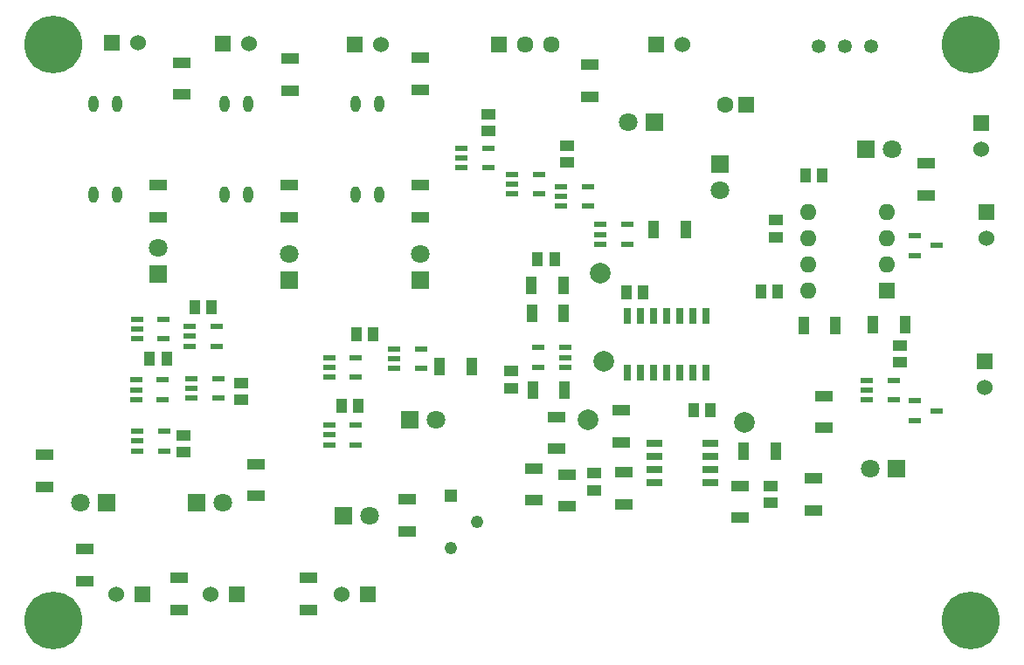
<source format=gbr>
%TF.GenerationSoftware,KiCad,Pcbnew,(6.0.8)*%
%TF.CreationDate,2023-01-11T15:03:56+01:00*%
%TF.ProjectId,TSAL,5453414c-2e6b-4696-9361-645f70636258,V1.0*%
%TF.SameCoordinates,Original*%
%TF.FileFunction,Soldermask,Top*%
%TF.FilePolarity,Negative*%
%FSLAX46Y46*%
G04 Gerber Fmt 4.6, Leading zero omitted, Abs format (unit mm)*
G04 Created by KiCad (PCBNEW (6.0.8)) date 2023-01-11 15:03:56*
%MOMM*%
%LPD*%
G01*
G04 APERTURE LIST*
%ADD10R,1.800000X1.050000*%
%ADD11R,1.800000X1.800000*%
%ADD12C,1.800000*%
%ADD13C,2.000000*%
%ADD14R,1.070000X1.470000*%
%ADD15R,1.470000X1.070000*%
%ADD16R,1.530000X1.530000*%
%ADD17C,1.530000*%
%ADD18C,5.600000*%
%ADD19R,1.150000X0.600000*%
%ADD20R,1.050000X1.800000*%
%ADD21O,0.950000X1.600000*%
%ADD22C,1.350000*%
%ADD23R,1.300000X0.600000*%
%ADD24R,0.650000X1.525000*%
%ADD25R,1.528000X0.650000*%
%ADD26R,1.600000X1.600000*%
%ADD27O,1.600000X1.600000*%
%ADD28C,1.600000*%
%ADD29R,1.610000X1.610000*%
%ADD30C,1.610000*%
%ADD31R,1.217000X1.217000*%
%ADD32C,1.217000*%
G04 APERTURE END LIST*
D10*
%TO.C,R12*%
X129540000Y-75715346D03*
X129540000Y-72615346D03*
%TD*%
D11*
%TO.C,D6*%
X90406399Y-66943603D03*
D12*
X92946399Y-66943603D03*
%TD*%
D13*
%TO.C,TP4*%
X109199826Y-61195494D03*
%TD*%
D10*
%TO.C,R2*%
X102429958Y-74713812D03*
X102429958Y-71613812D03*
%TD*%
D13*
%TO.C,TP2*%
X122846804Y-67166801D03*
%TD*%
D14*
%TO.C,C19*%
X65220000Y-60960000D03*
X66860000Y-60960000D03*
%TD*%
D15*
%TO.C,C7*%
X74052647Y-64996814D03*
X74052647Y-63356814D03*
%TD*%
D10*
%TO.C,R28*%
X55043256Y-73400787D03*
X55043256Y-70300787D03*
%TD*%
D15*
%TO.C,C1*%
X108293122Y-73728477D03*
X108293122Y-72088477D03*
%TD*%
D16*
%TO.C,J10*%
X146263833Y-46719090D03*
D17*
X146263833Y-49259090D03*
%TD*%
D18*
%TO.C,*%
X144780000Y-86360000D03*
%TD*%
D14*
%TO.C,C8*%
X85220889Y-58608377D03*
X86860889Y-58608377D03*
%TD*%
D18*
%TO.C,*%
X55880000Y-86360000D03*
%TD*%
D19*
%TO.C,G12*%
X105104703Y-44265032D03*
X105104703Y-45215032D03*
X105104703Y-46165032D03*
X107704703Y-46165032D03*
X107704703Y-44265032D03*
%TD*%
D16*
%TO.C,J7*%
X61558894Y-30351579D03*
D17*
X64098894Y-30351579D03*
%TD*%
D11*
%TO.C,D4*%
X84030846Y-76238995D03*
D12*
X86570846Y-76238995D03*
%TD*%
D20*
%TO.C,R23*%
X128573440Y-57785826D03*
X131673440Y-57785826D03*
%TD*%
D19*
%TO.C,G2*%
X82606656Y-67437441D03*
X82606656Y-68387441D03*
X82606656Y-69337441D03*
X85206656Y-69337441D03*
X85206656Y-67437441D03*
%TD*%
D14*
%TO.C,C18*%
X71243736Y-56008037D03*
X69603736Y-56008037D03*
%TD*%
D10*
%TO.C,R16*%
X140492983Y-42010504D03*
X140492983Y-45110504D03*
%TD*%
D19*
%TO.C,G6*%
X134718753Y-63063947D03*
X134718753Y-64013947D03*
X134718753Y-64963947D03*
X137318753Y-64963947D03*
X137318753Y-63063947D03*
%TD*%
D10*
%TO.C,R11*%
X107901251Y-35576853D03*
X107901251Y-32476853D03*
%TD*%
D16*
%TO.C,J1*%
X64546653Y-83810620D03*
D17*
X62006653Y-83810620D03*
%TD*%
D11*
%TO.C,D10*%
X66044862Y-52755890D03*
D12*
X66044862Y-50215890D03*
%TD*%
D10*
%TO.C,R29*%
X75557783Y-74292395D03*
X75557783Y-71192395D03*
%TD*%
D19*
%TO.C,G1*%
X82600451Y-60888242D03*
X82600451Y-61838242D03*
X82600451Y-62788242D03*
X85200451Y-62788242D03*
X85200451Y-60888242D03*
%TD*%
D10*
%TO.C,R6*%
X68071700Y-82270000D03*
X68071700Y-85370000D03*
%TD*%
D21*
%TO.C,K3*%
X74803000Y-36240000D03*
X72517000Y-36240000D03*
X72517000Y-45040000D03*
X74803000Y-45040000D03*
%TD*%
D11*
%TO.C,D8*%
X134620000Y-40640000D03*
D12*
X137160000Y-40640000D03*
%TD*%
D10*
%TO.C,R27*%
X78740000Y-44170000D03*
X78740000Y-47270000D03*
%TD*%
D19*
%TO.C,G11*%
X69086769Y-57852609D03*
X69086769Y-58802609D03*
X69086769Y-59752609D03*
X71686769Y-59752609D03*
X71686769Y-57852609D03*
%TD*%
D20*
%TO.C,R19*%
X102350997Y-64042618D03*
X105450997Y-64042618D03*
%TD*%
D15*
%TO.C,C12*%
X68457723Y-70045087D03*
X68457723Y-68405087D03*
%TD*%
D19*
%TO.C,G9*%
X100315442Y-43086774D03*
X100315442Y-44036774D03*
X100315442Y-44986774D03*
X102915442Y-44986774D03*
X102915442Y-43086774D03*
%TD*%
D10*
%TO.C,R17*%
X91450664Y-31793333D03*
X91450664Y-34893333D03*
%TD*%
%TO.C,R25*%
X91440000Y-44170000D03*
X91440000Y-47270000D03*
%TD*%
D16*
%TO.C,J5*%
X85084997Y-30487668D03*
D17*
X87624997Y-30487668D03*
%TD*%
D10*
%TO.C,R5*%
X111144182Y-75112693D03*
X111144182Y-72012693D03*
%TD*%
D19*
%TO.C,G8*%
X69280707Y-62889806D03*
X69280707Y-63839806D03*
X69280707Y-64789806D03*
X71880707Y-64789806D03*
X71880707Y-62889806D03*
%TD*%
D15*
%TO.C,C9*%
X100268412Y-63832896D03*
X100268412Y-62192896D03*
%TD*%
D16*
%TO.C,J9*%
X145788070Y-38100266D03*
D17*
X145788070Y-40640266D03*
%TD*%
D22*
%TO.C,PS1*%
X130057680Y-30681500D03*
X132597680Y-30681500D03*
X135137680Y-30681500D03*
%TD*%
D20*
%TO.C,R24*%
X138396350Y-57706687D03*
X135296350Y-57706687D03*
%TD*%
D10*
%TO.C,R3*%
X58905009Y-79473292D03*
X58905009Y-82573292D03*
%TD*%
D23*
%TO.C,Q4*%
X139398900Y-49064885D03*
X139398900Y-50964885D03*
X141498900Y-50014885D03*
%TD*%
D16*
%TO.C,J3*%
X86360000Y-83820000D03*
D17*
X83820000Y-83820000D03*
%TD*%
D10*
%TO.C,R1*%
X104635077Y-69741025D03*
X104635077Y-66641025D03*
%TD*%
D19*
%TO.C,G10*%
X95441739Y-40554425D03*
X95441739Y-41504425D03*
X95441739Y-42454425D03*
X98041739Y-42454425D03*
X98041739Y-40554425D03*
%TD*%
D15*
%TO.C,C5*%
X125859152Y-47554284D03*
X125859152Y-49194284D03*
%TD*%
D24*
%TO.C,DL1*%
X111544878Y-62296497D03*
X112814878Y-62296497D03*
X114084878Y-62296497D03*
X115354878Y-62296497D03*
X116624878Y-62296497D03*
X117894878Y-62296497D03*
X119164878Y-62296497D03*
X119164878Y-56872497D03*
X117894878Y-56872497D03*
X116624878Y-56872497D03*
X115354878Y-56872497D03*
X114084878Y-56872497D03*
X112814878Y-56872497D03*
X111544878Y-56872497D03*
%TD*%
D20*
%TO.C,R13*%
X93331230Y-61757242D03*
X96431230Y-61757242D03*
%TD*%
D19*
%TO.C,G13*%
X108876237Y-47975639D03*
X108876237Y-48925639D03*
X108876237Y-49875639D03*
X111476237Y-49875639D03*
X111476237Y-47975639D03*
%TD*%
D16*
%TO.C,J11*%
X114300000Y-30480000D03*
D17*
X116840000Y-30480000D03*
%TD*%
D16*
%TO.C,J6*%
X146178220Y-61207727D03*
D17*
X146178220Y-63747727D03*
%TD*%
D10*
%TO.C,R18*%
X68342051Y-32259679D03*
X68342051Y-35359679D03*
%TD*%
D15*
%TO.C,C13*%
X98020118Y-37275803D03*
X98020118Y-38915803D03*
%TD*%
D21*
%TO.C,K2*%
X62103000Y-36240000D03*
X59817000Y-36240000D03*
X59817000Y-45040000D03*
X62103000Y-45040000D03*
%TD*%
D10*
%TO.C,R7*%
X110876888Y-65966000D03*
X110876888Y-69066000D03*
%TD*%
D13*
%TO.C,TP1*%
X107691422Y-66893908D03*
%TD*%
D10*
%TO.C,R22*%
X78856444Y-31882000D03*
X78856444Y-34982000D03*
%TD*%
D19*
%TO.C,G5*%
X63886071Y-63049141D03*
X63886071Y-63999141D03*
X63886071Y-64949141D03*
X66486071Y-64949141D03*
X66486071Y-63049141D03*
%TD*%
D10*
%TO.C,R14*%
X122401448Y-73318622D03*
X122401448Y-76418622D03*
%TD*%
D14*
%TO.C,C15*%
X83813616Y-65579762D03*
X85453616Y-65579762D03*
%TD*%
D11*
%TO.C,D2*%
X137581681Y-71632042D03*
D12*
X135041681Y-71632042D03*
%TD*%
D21*
%TO.C,K1*%
X87503000Y-36240000D03*
X85217000Y-36240000D03*
X85217000Y-45040000D03*
X87503000Y-45040000D03*
%TD*%
D15*
%TO.C,C10*%
X137902963Y-59715034D03*
X137902963Y-61355034D03*
%TD*%
D10*
%TO.C,R26*%
X66040000Y-44170000D03*
X66040000Y-47270000D03*
%TD*%
D15*
%TO.C,C14*%
X105639460Y-40331278D03*
X105639460Y-41971278D03*
%TD*%
D25*
%TO.C,CP1*%
X114129000Y-69215000D03*
X114129000Y-70485000D03*
X114129000Y-71755000D03*
X114129000Y-73025000D03*
X119551000Y-73025000D03*
X119551000Y-71755000D03*
X119551000Y-70485000D03*
X119551000Y-69215000D03*
%TD*%
D26*
%TO.C,TI1*%
X136625790Y-54400453D03*
D27*
X136625790Y-51860453D03*
X136625790Y-49320453D03*
X136625790Y-46780453D03*
X129005790Y-46780453D03*
X129005790Y-49320453D03*
X129005790Y-51860453D03*
X129005790Y-54400453D03*
%TD*%
D10*
%TO.C,R9*%
X80637656Y-82270000D03*
X80637656Y-85370000D03*
%TD*%
D19*
%TO.C,CP2*%
X105474143Y-61817294D03*
X105474143Y-60867294D03*
X105474143Y-59917294D03*
X102874143Y-59917294D03*
X102874143Y-61817294D03*
%TD*%
D18*
%TO.C,REF\u002A\u002A*%
X55880000Y-30480000D03*
%TD*%
D23*
%TO.C,Q2*%
X139378991Y-65071107D03*
X139378991Y-66971107D03*
X141478991Y-66021107D03*
%TD*%
D19*
%TO.C,G7*%
X88890484Y-60023844D03*
X88890484Y-60973844D03*
X88890484Y-61923844D03*
X91490484Y-61923844D03*
X91490484Y-60023844D03*
%TD*%
D10*
%TO.C,R4*%
X105627868Y-72215502D03*
X105627868Y-75315502D03*
%TD*%
D13*
%TO.C,TP3*%
X108845380Y-52681731D03*
%TD*%
D26*
%TO.C,C16*%
X123006657Y-36344142D03*
D28*
X121006657Y-36344142D03*
%TD*%
D18*
%TO.C,*%
X144780000Y-30480000D03*
%TD*%
D10*
%TO.C,R30*%
X90153147Y-74649999D03*
X90153147Y-77749999D03*
%TD*%
D20*
%TO.C,R20*%
X105368656Y-56560801D03*
X102268656Y-56560801D03*
%TD*%
D11*
%TO.C,D1*%
X61048570Y-74944433D03*
D12*
X58508570Y-74944433D03*
%TD*%
D15*
%TO.C,C3*%
X125423392Y-74985346D03*
X125423392Y-73345346D03*
%TD*%
D11*
%TO.C,D9*%
X91440000Y-53340000D03*
D12*
X91440000Y-50800000D03*
%TD*%
D14*
%TO.C,C4*%
X102807957Y-51342162D03*
X104447957Y-51342162D03*
%TD*%
D11*
%TO.C,D5*%
X114129188Y-38029457D03*
D12*
X111589188Y-38029457D03*
%TD*%
D16*
%TO.C,J2*%
X73660000Y-83820000D03*
D17*
X71120000Y-83820000D03*
%TD*%
D10*
%TO.C,R8*%
X130548603Y-64604151D03*
X130548603Y-67704151D03*
%TD*%
D14*
%TO.C,C2*%
X119570518Y-65973811D03*
X117930518Y-65973811D03*
%TD*%
D11*
%TO.C,D7*%
X120478110Y-42131084D03*
D12*
X120478110Y-44671084D03*
%TD*%
D19*
%TO.C,G3*%
X63979483Y-57128660D03*
X63979483Y-58078660D03*
X63979483Y-59028660D03*
X66579483Y-59028660D03*
X66579483Y-57128660D03*
%TD*%
D14*
%TO.C,C6*%
X130423929Y-43192103D03*
X128783929Y-43192103D03*
%TD*%
D20*
%TO.C,R21*%
X102206325Y-53901202D03*
X105306325Y-53901202D03*
%TD*%
D19*
%TO.C,G4*%
X64021166Y-68026712D03*
X64021166Y-68976712D03*
X64021166Y-69926712D03*
X66621166Y-69926712D03*
X66621166Y-68026712D03*
%TD*%
D11*
%TO.C,D11*%
X78740000Y-53340000D03*
D12*
X78740000Y-50800000D03*
%TD*%
D20*
%TO.C,R15*%
X114050534Y-48466577D03*
X117150534Y-48466577D03*
%TD*%
%TO.C,R10*%
X122760596Y-69965901D03*
X125860596Y-69965901D03*
%TD*%
D29*
%TO.C,J4*%
X99060000Y-30480000D03*
D30*
X101600000Y-30480000D03*
X104140000Y-30480000D03*
%TD*%
D14*
%TO.C,C17*%
X113037822Y-54582555D03*
X111397822Y-54582555D03*
%TD*%
D16*
%TO.C,J8*%
X72343000Y-30443334D03*
D17*
X74883000Y-30443334D03*
%TD*%
D11*
%TO.C,D3*%
X69788861Y-74980558D03*
D12*
X72328861Y-74980558D03*
%TD*%
D31*
%TO.C,RV1*%
X94382464Y-74272704D03*
D32*
X96922464Y-76812704D03*
X94382464Y-79352704D03*
%TD*%
D14*
%TO.C,C11*%
X124439591Y-54500538D03*
X126079591Y-54500538D03*
%TD*%
M02*

</source>
